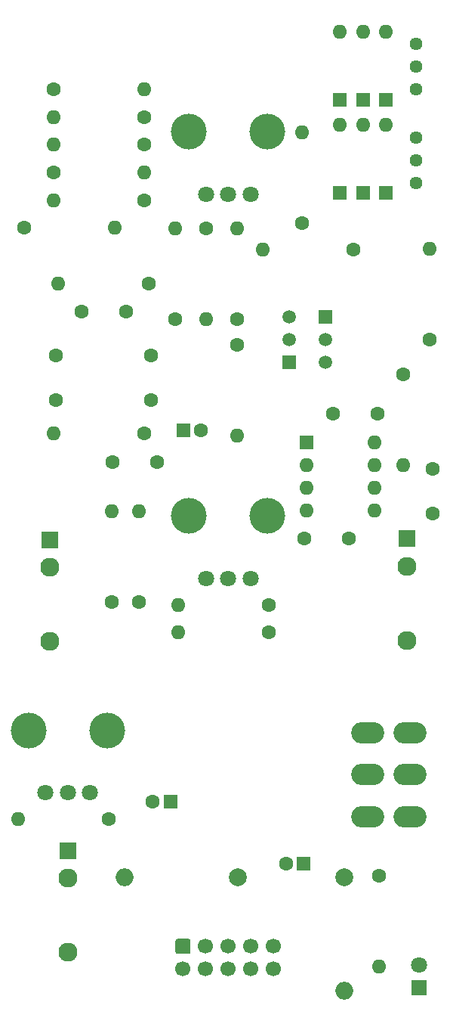
<source format=gts>
G04 #@! TF.GenerationSoftware,KiCad,Pcbnew,7.0.11-7.0.11~ubuntu22.04.1*
G04 #@! TF.CreationDate,2024-10-19T21:35:02+01:00*
G04 #@! TF.ProjectId,MS20-VCF,4d533230-2d56-4434-962e-6b696361645f,rev?*
G04 #@! TF.SameCoordinates,Original*
G04 #@! TF.FileFunction,Soldermask,Top*
G04 #@! TF.FilePolarity,Negative*
%FSLAX46Y46*%
G04 Gerber Fmt 4.6, Leading zero omitted, Abs format (unit mm)*
G04 Created by KiCad (PCBNEW 7.0.11-7.0.11~ubuntu22.04.1) date 2024-10-19 21:35:02*
%MOMM*%
%LPD*%
G01*
G04 APERTURE LIST*
%ADD10C,1.600000*%
%ADD11C,4.000000*%
%ADD12C,1.800000*%
%ADD13R,1.600000X1.600000*%
%ADD14O,1.600000X1.600000*%
%ADD15R,1.930000X1.830000*%
%ADD16C,2.130000*%
%ADD17R,1.500000X1.500000*%
%ADD18C,1.500000*%
%ADD19O,3.700000X2.400000*%
%ADD20R,1.800000X1.800000*%
%ADD21C,2.000000*%
%ADD22O,2.000000X2.000000*%
%ADD23C,1.700000*%
%ADD24C,1.440000*%
G04 APERTURE END LIST*
D10*
X82900000Y-86800000D03*
X82900000Y-91800000D03*
D11*
X46400000Y-116050000D03*
X37600000Y-116050000D03*
D12*
X44500000Y-123050000D03*
X42000000Y-123050000D03*
X39500000Y-123050000D03*
D11*
X55600000Y-49050000D03*
X64400000Y-49050000D03*
D12*
X62500000Y-56050000D03*
X60000000Y-56050000D03*
X57500000Y-56050000D03*
D13*
X77700000Y-45460000D03*
D14*
X77700000Y-37840000D03*
D13*
X77700000Y-55860000D03*
D14*
X77700000Y-48240000D03*
D13*
X75100000Y-45460000D03*
D14*
X75100000Y-37840000D03*
D13*
X75100000Y-55860000D03*
D14*
X75100000Y-48240000D03*
D13*
X72500000Y-45460000D03*
D14*
X72500000Y-37840000D03*
D13*
X72500000Y-55860000D03*
D14*
X72500000Y-48240000D03*
D15*
X42000000Y-129500000D03*
D16*
X42000000Y-140900000D03*
X42000000Y-132600000D03*
D15*
X40000000Y-94720000D03*
D16*
X40000000Y-106120000D03*
X40000000Y-97820000D03*
D15*
X80000000Y-94600000D03*
D16*
X80000000Y-106000000D03*
X80000000Y-97700000D03*
D17*
X66800000Y-74840000D03*
D18*
X66800000Y-72300000D03*
X66800000Y-69760000D03*
D17*
X70900000Y-69760000D03*
D18*
X70900000Y-72300000D03*
X70900000Y-74840000D03*
D10*
X57500000Y-59840000D03*
D14*
X57500000Y-70000000D03*
D10*
X50000000Y-101660000D03*
D14*
X50000000Y-91500000D03*
D10*
X50560000Y-82800000D03*
D14*
X40400000Y-82800000D03*
D10*
X54000000Y-70000000D03*
D14*
X54000000Y-59840000D03*
D10*
X61000000Y-70000000D03*
D14*
X61000000Y-59840000D03*
D10*
X73980000Y-62200000D03*
D14*
X63820000Y-62200000D03*
D10*
X51080000Y-66000000D03*
D14*
X40920000Y-66000000D03*
D10*
X50560000Y-50500000D03*
D14*
X40400000Y-50500000D03*
D10*
X50560000Y-56700000D03*
D14*
X40400000Y-56700000D03*
D10*
X46580000Y-126000000D03*
D14*
X36420000Y-126000000D03*
D10*
X68300000Y-59300000D03*
D14*
X68300000Y-49140000D03*
D10*
X40400000Y-53600000D03*
D14*
X50560000Y-53600000D03*
D10*
X50560000Y-47400000D03*
D14*
X40400000Y-47400000D03*
D10*
X40400000Y-44300000D03*
D14*
X50560000Y-44300000D03*
D10*
X82600000Y-72280000D03*
D14*
X82600000Y-62120000D03*
D10*
X64580000Y-105100000D03*
D14*
X54420000Y-105100000D03*
D10*
X64580000Y-102000000D03*
D14*
X54420000Y-102000000D03*
D11*
X64400000Y-92050000D03*
X55600000Y-92050000D03*
D12*
X62500000Y-99050000D03*
X60000000Y-99050000D03*
X57500000Y-99050000D03*
D19*
X75600000Y-116300000D03*
X75600000Y-121000000D03*
X75600000Y-125700000D03*
X80400000Y-116300000D03*
X80400000Y-121000000D03*
X80400000Y-125700000D03*
D10*
X79600000Y-76220000D03*
D14*
X79600000Y-86380000D03*
D13*
X68800000Y-83800000D03*
D14*
X68800000Y-86340000D03*
X68800000Y-88880000D03*
X68800000Y-91420000D03*
X76420000Y-91420000D03*
X76420000Y-88880000D03*
X76420000Y-86340000D03*
X76420000Y-83800000D03*
D10*
X43500000Y-69200000D03*
X48500000Y-69200000D03*
X46900000Y-101660000D03*
D14*
X46900000Y-91500000D03*
D10*
X37100000Y-59800000D03*
D14*
X47260000Y-59800000D03*
D10*
X61000000Y-72920000D03*
D14*
X61000000Y-83080000D03*
D10*
X76700000Y-80600000D03*
X71700000Y-80600000D03*
X73500000Y-94600000D03*
X68500000Y-94600000D03*
D13*
X68455112Y-131000000D03*
D10*
X66455112Y-131000000D03*
D13*
X53500000Y-124000000D03*
D10*
X51500000Y-124000000D03*
D13*
X54944888Y-82500000D03*
D10*
X56944888Y-82500000D03*
D20*
X81400000Y-144875000D03*
D12*
X81400000Y-142335000D03*
D21*
X61050000Y-132500000D03*
D22*
X48350000Y-132500000D03*
G36*
G01*
X54325000Y-139397500D02*
X55525000Y-139397500D01*
G75*
G02*
X55775000Y-139647500I0J-250000D01*
G01*
X55775000Y-140847500D01*
G75*
G02*
X55525000Y-141097500I-250000J0D01*
G01*
X54325000Y-141097500D01*
G75*
G02*
X54075000Y-140847500I0J250000D01*
G01*
X54075000Y-139647500D01*
G75*
G02*
X54325000Y-139397500I250000J0D01*
G01*
G37*
D23*
X54925000Y-142787500D03*
X57465000Y-140247500D03*
X57465000Y-142787500D03*
X60005000Y-140247500D03*
X60005000Y-142787500D03*
X62545000Y-140247500D03*
X62545000Y-142787500D03*
X65085000Y-140247500D03*
X65085000Y-142787500D03*
D24*
X81030000Y-44240000D03*
X81030000Y-41700000D03*
X81030000Y-39160000D03*
X81030000Y-54780000D03*
X81030000Y-52240000D03*
X81030000Y-49700000D03*
D10*
X76900000Y-132320000D03*
D14*
X76900000Y-142480000D03*
D21*
X73000000Y-132500000D03*
D22*
X73000000Y-145200000D03*
D10*
X47000000Y-86000000D03*
X52000000Y-86000000D03*
X51300000Y-74100000D03*
X51300000Y-79100000D03*
X40700000Y-79100000D03*
X40700000Y-74100000D03*
M02*

</source>
